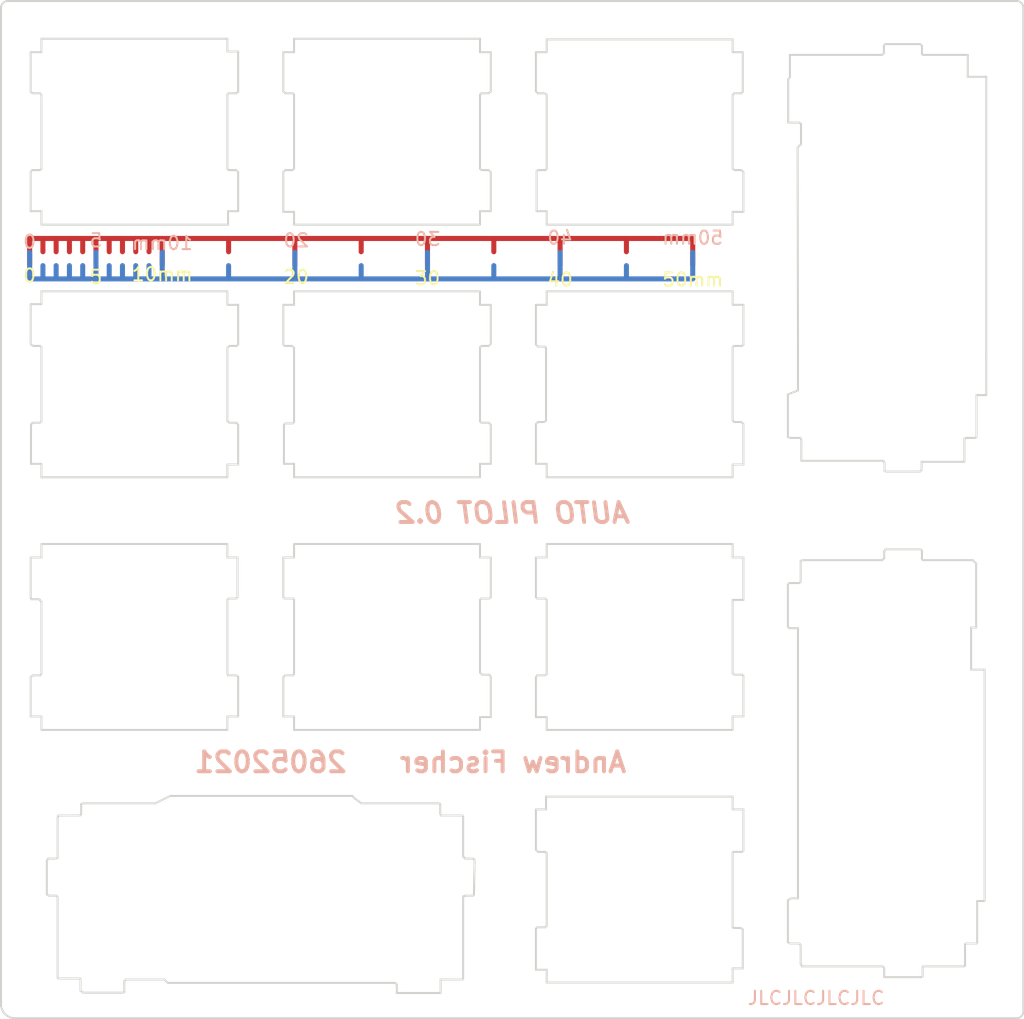
<source format=kicad_pcb>
(kicad_pcb (version 20171130) (host pcbnew "(5.1.9)-1")

  (general
    (thickness 1.6)
    (drawings 465)
    (tracks 0)
    (zones 0)
    (modules 2)
    (nets 1)
  )

  (page A4)
  (layers
    (0 Top signal)
    (31 Bottom signal)
    (32 B.Adhes user)
    (33 F.Adhes user)
    (34 B.Paste user)
    (35 F.Paste user)
    (36 B.SilkS user)
    (37 F.SilkS user)
    (38 B.Mask user hide)
    (39 F.Mask user hide)
    (40 Dwgs.User user hide)
    (41 Cmts.User user)
    (42 Eco1.User user hide)
    (43 Eco2.User user hide)
    (44 Edge.Cuts user)
    (45 Margin user hide)
    (46 B.CrtYd user hide)
    (47 F.CrtYd user hide)
    (48 B.Fab user hide)
    (49 F.Fab user hide)
  )

  (setup
    (last_trace_width 0.254)
    (user_trace_width 0.2032)
    (user_trace_width 0.254)
    (user_trace_width 0.3048)
    (user_trace_width 0.4064)
    (user_trace_width 0.508)
    (trace_clearance 0.2032)
    (zone_clearance 0.508)
    (zone_45_only no)
    (trace_min 0.254)
    (via_size 0.8)
    (via_drill 0.4)
    (via_min_size 0.4)
    (via_min_drill 0.3)
    (uvia_size 0.3)
    (uvia_drill 0.1)
    (uvias_allowed no)
    (uvia_min_size 0.2)
    (uvia_min_drill 0.1)
    (edge_width 0.15)
    (segment_width 0.2)
    (pcb_text_width 0.3)
    (pcb_text_size 1.5 1.5)
    (mod_edge_width 0.15)
    (mod_text_size 1 1)
    (mod_text_width 0.17)
    (pad_size 1.152 1.152)
    (pad_drill 1.152)
    (pad_to_mask_clearance 0)
    (aux_axis_origin 0 0)
    (visible_elements 7FFFF7FF)
    (pcbplotparams
      (layerselection 0x01030_fffffffe)
      (usegerberextensions true)
      (usegerberattributes false)
      (usegerberadvancedattributes false)
      (creategerberjobfile false)
      (excludeedgelayer true)
      (linewidth 0.150000)
      (plotframeref false)
      (viasonmask false)
      (mode 1)
      (useauxorigin false)
      (hpglpennumber 1)
      (hpglpenspeed 20)
      (hpglpendiameter 15.000000)
      (psnegative false)
      (psa4output false)
      (plotreference true)
      (plotvalue false)
      (plotinvisibletext false)
      (padsonsilk false)
      (subtractmaskfromsilk true)
      (outputformat 1)
      (mirror false)
      (drillshape 0)
      (scaleselection 1)
      (outputdirectory "./Gerbers"))
  )

  (net 0 "")

  (net_class Default "This is the default net class."
    (clearance 0.2032)
    (trace_width 0.254)
    (via_dia 0.8)
    (via_drill 0.4)
    (uvia_dia 0.3)
    (uvia_drill 0.1)
  )

  (module Calibration_Scale:Gauge_50mm_Type1_CopperTop (layer Top) (tedit 0) (tstamp 60AEAFC9)
    (at 101.219 94.107)
    (descr "Gauge, Massstab, 50mm, CopperTop, Type 1,")
    (tags "Gauge Massstab 50mm CopperTop Type 1")
    (attr virtual)
    (fp_text reference "" (at 0 -2.99974) (layer F.SilkS)
      (effects (font (size 1 1) (thickness 0.15)))
    )
    (fp_text value Gauge_50mm_Type1_CopperTop (at 24.00046 6.4008) (layer F.Fab)
      (effects (font (size 1 1) (thickness 0.15)))
    )
    (fp_text user 10mm (at 9.99998 2.70002) (layer F.SilkS)
      (effects (font (size 1 1) (thickness 0.15)))
    )
    (fp_text user 0 (at 0 2.79908) (layer F.SilkS)
      (effects (font (size 1 1) (thickness 0.15)))
    )
    (fp_text user 5 (at 4.99872 2.90068) (layer F.SilkS)
      (effects (font (size 1 1) (thickness 0.15)))
    )
    (fp_text user 20 (at 20.09902 2.90068) (layer F.SilkS)
      (effects (font (size 1 1) (thickness 0.15)))
    )
    (fp_text user 30 (at 29.99994 2.99974) (layer F.SilkS)
      (effects (font (size 1 1) (thickness 0.15)))
    )
    (fp_text user 40 (at 39.99992 3.10134) (layer F.SilkS)
      (effects (font (size 1 1) (thickness 0.15)))
    )
    (fp_text user 50mm (at 49.9999 3.10134) (layer F.SilkS)
      (effects (font (size 1 1) (thickness 0.15)))
    )
    (fp_text user %R (at 0 -2.99974) (layer F.Fab)
      (effects (font (size 1 1) (thickness 0.15)))
    )
    (fp_line (start 9.99998 0) (end 49.9999 0) (layer Top) (width 0.381))
    (fp_line (start 49.9999 0) (end 49.9999 1.99898) (layer Top) (width 0.381))
    (fp_line (start 45.00118 0) (end 45.00118 1.00076) (layer Top) (width 0.381))
    (fp_line (start 39.99992 0) (end 39.99992 1.99898) (layer Top) (width 0.381))
    (fp_line (start 35.0012 0) (end 35.0012 1.00076) (layer Top) (width 0.381))
    (fp_line (start 29.99994 0) (end 29.99994 1.99898) (layer Top) (width 0.381))
    (fp_line (start 25.00122 0) (end 25.00122 1.00076) (layer Top) (width 0.381))
    (fp_line (start 19.99996 0) (end 19.99996 1.99898) (layer Top) (width 0.381))
    (fp_line (start 15.00124 0) (end 15.00124 1.00076) (layer Top) (width 0.381))
    (fp_line (start 8.99922 0) (end 8.99922 1.00076) (layer Top) (width 0.381))
    (fp_line (start 8.001 0) (end 8.001 1.00076) (layer Top) (width 0.381))
    (fp_line (start 7.00024 0) (end 7.00024 1.00076) (layer Top) (width 0.381))
    (fp_line (start 5.99948 0) (end 5.99948 1.00076) (layer Top) (width 0.381))
    (fp_line (start 4.0005 0) (end 4.0005 1.00076) (layer Top) (width 0.381))
    (fp_line (start 2.99974 0) (end 2.99974 1.00076) (layer Top) (width 0.381))
    (fp_line (start 1.99898 0) (end 1.99898 1.00076) (layer Top) (width 0.381))
    (fp_line (start 1.00076 0) (end 1.00076 1.00076) (layer Top) (width 0.381))
    (fp_line (start 5.00126 0) (end 5.00126 1.99898) (layer Top) (width 0.381))
    (fp_line (start 0 0) (end 0 1.99898) (layer Top) (width 0.381))
    (fp_line (start 0 0) (end 9.99998 0) (layer Top) (width 0.381))
    (fp_line (start 9.99998 0) (end 9.99998 1.99898) (layer Top) (width 0.381))
  )

  (module Calibration_Scale:Gauge_50mm_Type1_CopperTop (layer Bottom) (tedit 0) (tstamp 609A42FF)
    (at 101.219 97.155)
    (descr "Gauge, Massstab, 50mm, CopperTop, Type 1,")
    (tags "Gauge Massstab 50mm CopperTop Type 1")
    (attr virtual)
    (fp_text reference "" (at 0 2.99974) (layer B.SilkS)
      (effects (font (size 1 1) (thickness 0.15)) (justify mirror))
    )
    (fp_text value R (at 24.00046 -6.4008) (layer B.Fab)
      (effects (font (size 1 1) (thickness 0.15)) (justify mirror))
    )
    (fp_line (start 9.99998 0) (end 9.99998 -1.99898) (layer Bottom) (width 0.381))
    (fp_line (start 0 0) (end 9.99998 0) (layer Bottom) (width 0.381))
    (fp_line (start 0 0) (end 0 -1.99898) (layer Bottom) (width 0.381))
    (fp_line (start 5.00126 0) (end 5.00126 -1.99898) (layer Bottom) (width 0.381))
    (fp_line (start 1.00076 0) (end 1.00076 -1.00076) (layer Bottom) (width 0.381))
    (fp_line (start 1.99898 0) (end 1.99898 -1.00076) (layer Bottom) (width 0.381))
    (fp_line (start 2.99974 0) (end 2.99974 -1.00076) (layer Bottom) (width 0.381))
    (fp_line (start 4.0005 0) (end 4.0005 -1.00076) (layer Bottom) (width 0.381))
    (fp_line (start 5.99948 0) (end 5.99948 -1.00076) (layer Bottom) (width 0.381))
    (fp_line (start 7.00024 0) (end 7.00024 -1.00076) (layer Bottom) (width 0.381))
    (fp_line (start 8.001 0) (end 8.001 -1.00076) (layer Bottom) (width 0.381))
    (fp_line (start 8.99922 0) (end 8.99922 -1.00076) (layer Bottom) (width 0.381))
    (fp_line (start 15.00124 0) (end 15.00124 -1.00076) (layer Bottom) (width 0.381))
    (fp_line (start 19.99996 0) (end 19.99996 -1.99898) (layer Bottom) (width 0.381))
    (fp_line (start 25.00122 0) (end 25.00122 -1.00076) (layer Bottom) (width 0.381))
    (fp_line (start 29.99994 0) (end 29.99994 -1.99898) (layer Bottom) (width 0.381))
    (fp_line (start 35.0012 0) (end 35.0012 -1.00076) (layer Bottom) (width 0.381))
    (fp_line (start 39.99992 0) (end 39.99992 -1.99898) (layer Bottom) (width 0.381))
    (fp_line (start 45.00118 0) (end 45.00118 -1.00076) (layer Bottom) (width 0.381))
    (fp_line (start 49.9999 0) (end 49.9999 -1.99898) (layer Bottom) (width 0.381))
    (fp_line (start 9.99998 0) (end 49.9999 0) (layer Bottom) (width 0.381))
    (fp_text user 10mm (at 9.99998 -2.70002) (layer B.SilkS)
      (effects (font (size 1 1) (thickness 0.1524)) (justify mirror))
    )
    (fp_text user 0 (at 0 -2.79908) (layer B.SilkS)
      (effects (font (size 1 1) (thickness 0.1524)) (justify mirror))
    )
    (fp_text user 5 (at 4.99872 -2.90068) (layer B.SilkS)
      (effects (font (size 1 1) (thickness 0.1524)) (justify mirror))
    )
    (fp_text user 20 (at 20.09902 -2.90068) (layer B.SilkS)
      (effects (font (size 1 1) (thickness 0.1524)) (justify mirror))
    )
    (fp_text user 30 (at 29.99994 -2.99974) (layer B.SilkS)
      (effects (font (size 1 1) (thickness 0.1524)) (justify mirror))
    )
    (fp_text user 40 (at 39.99992 -3.10134) (layer B.SilkS)
      (effects (font (size 1 1) (thickness 0.1524)) (justify mirror))
    )
    (fp_text user 50mm (at 49.9999 -3.10134) (layer B.SilkS)
      (effects (font (size 1 1) (thickness 0.1524)) (justify mirror))
    )
    (fp_text user %R (at 0 2.99974) (layer B.Fab) hide
      (effects (font (size 1 1) (thickness 0.1524)) (justify mirror))
    )
  )

  (gr_line (start 172.212 123.444) (end 172.593 123.444) (layer Edge.Cuts) (width 0.15) (tstamp 60AE485B))
  (gr_line (start 172.212 126.619) (end 172.212 123.444) (layer Edge.Cuts) (width 0.15))
  (gr_line (start 155.0416 121.3612) (end 155.0416 121.158) (layer Edge.Cuts) (width 0.15) (tstamp 609A47DD))
  (gr_line (start 154.2288 121.3612) (end 155.0416 121.3612) (layer Edge.Cuts) (width 0.15))
  (gr_line (start 172.339 118.364) (end 171.5516 118.364) (layer Edge.Cuts) (width 0.15) (tstamp 609A474D))
  (gr_line (start 172.593 118.618) (end 172.339 118.364) (layer Edge.Cuts) (width 0.15))
  (gr_line (start 172.593 120.015) (end 172.593 118.618) (layer Edge.Cuts) (width 0.15))
  (gr_line (start 172.593 123.444) (end 172.593 120.015) (layer Edge.Cuts) (width 0.15))
  (gr_line (start 173.228 126.619) (end 172.212 126.619) (layer Edge.Cuts) (width 0.15))
  (gr_line (start 173.228 144.0688) (end 173.228 126.619) (layer Edge.Cuts) (width 0.15))
  (gr_line (start 159.1564 123.4948) (end 158.496 123.4948) (layer Edge.Cuts) (width 0.15) (tstamp 609A468C))
  (gr_line (start 159.1564 126.6952) (end 159.1564 123.4948) (layer Edge.Cuts) (width 0.15))
  (gr_line (start 133.858 149.987) (end 133.9088 149.9108) (layer Edge.Cuts) (width 0.15) (tstamp 609A4654))
  (gr_line (start 132.207 149.987) (end 133.858 149.987) (layer Edge.Cuts) (width 0.15))
  (gr_line (start 132.207 151.003) (end 132.207 149.987) (layer Edge.Cuts) (width 0.15))
  (gr_line (start 128.905 151.003) (end 132.207 151.003) (layer Edge.Cuts) (width 0.15))
  (gr_line (start 128.905 150.368) (end 128.905 151.003) (layer Edge.Cuts) (width 0.15))
  (gr_line (start 128.778 150.241) (end 128.905 150.368) (layer Edge.Cuts) (width 0.15))
  (gr_line (start 108.458 149.987) (end 108.3564 150.114) (layer Edge.Cuts) (width 0.15) (tstamp 609A45C2))
  (gr_line (start 111.379 149.987) (end 108.458 149.987) (layer Edge.Cuts) (width 0.15))
  (gr_line (start 111.633 150.241) (end 111.379 149.987) (layer Edge.Cuts) (width 0.15))
  (gr_line (start 128.778 150.241) (end 111.633 150.241) (layer Edge.Cuts) (width 0.15))
  (gr_line (start 171.958 80.264) (end 171.6278 80.264) (layer Edge.Cuts) (width 0.15) (tstamp 609A4574))
  (gr_line (start 172.6184 105.918) (end 173.355 105.918) (layer Edge.Cuts) (width 0.15) (tstamp 609A455A))
  (gr_line (start 172.6184 105.918) (end 172.6184 109.0676) (layer Edge.Cuts) (width 0.15))
  (gr_line (start 173.355 102.87) (end 173.355 105.918) (layer Edge.Cuts) (width 0.15))
  (gr_line (start 171.958 81.915) (end 171.958 80.264) (layer Edge.Cuts) (width 0.15))
  (gr_line (start 172.72 81.915) (end 171.958 81.915) (layer Edge.Cuts) (width 0.15))
  (gr_line (start 173.355 81.915) (end 173.355 102.87) (layer Edge.Cuts) (width 0.15))
  (gr_line (start 172.72 81.915) (end 173.355 81.915) (layer Edge.Cuts) (width 0.15))
  (gr_line (start 158.5468 80.264) (end 165.5064 80.264) (layer Edge.Cuts) (width 0.15) (tstamp 609A4450))
  (gr_line (start 158.5468 80.264) (end 158.5468 80.3656) (layer Edge.Cuts) (width 0.15) (tstamp 609A4445))
  (gr_line (start 158.5468 81.9404) (end 158.5468 80.3656) (layer Edge.Cuts) (width 0.15))
  (gr_line (start 158.5214 81.9912) (end 158.5468 81.9404) (layer Edge.Cuts) (width 0.15))
  (gr_line (start 171.704 110.9472) (end 171.704 110.7948) (layer Edge.Cuts) (width 0.15) (tstamp 609A4435))
  (gr_line (start 168.4782 110.9472) (end 171.704 110.9472) (layer Edge.Cuts) (width 0.15))
  (gr_line (start 165.6842 111.0234) (end 165.5826 110.871) (layer Edge.Cuts) (width 0.15) (tstamp 609A4429))
  (gr_line (start 159.1564 105.5624) (end 158.3944 105.8672) (layer Edge.Cuts) (width 0.15) (tstamp 609A3EBA))
  (gr_line (start 100.076 152.908) (end 100.0388 152.905575) (layer Edge.Cuts) (width 0.15) (tstamp 609A4410))
  (gr_line (start 159.131 87.249) (end 159.385 86.995) (layer Edge.Cuts) (width 0.15) (tstamp 609A403B))
  (gr_line (start 159.131 88.6206) (end 159.131 87.249) (layer Edge.Cuts) (width 0.15))
  (gr_line (start 110.6932 136.7028) (end 111.6076 136.2456) (layer Edge.Cuts) (width 0.15) (tstamp 609A3F76))
  (gr_line (start 108.3056 136.7028) (end 110.6932 136.7028) (layer Edge.Cuts) (width 0.15))
  (gr_line (start 126.238 136.7028) (end 125.6792 136.2964) (layer Edge.Cuts) (width 0.15) (tstamp 609A3F28))
  (gr_line (start 128.9812 136.7028) (end 126.238 136.7028) (layer Edge.Cuts) (width 0.15))
  (gr_line (start 159.1564 102.489) (end 159.1564 105.5624) (layer Edge.Cuts) (width 0.15))
  (gr_line (start 172.6692 144.0688) (end 172.6692 144.1196) (layer Edge.Cuts) (width 0.15) (tstamp 609A3E3C))
  (gr_line (start 173.228 144.0688) (end 172.6692 144.0688) (layer Edge.Cuts) (width 0.15))
  (gr_line (start 158.6484 143.8656) (end 158.5468 143.9164) (layer Edge.Cuts) (width 0.15) (tstamp 609A3DFF))
  (gr_line (start 159.1564 143.8656) (end 158.6484 143.8656) (layer Edge.Cuts) (width 0.15))
  (gr_line (start 159.1564 140.5636) (end 159.1564 143.8656) (layer Edge.Cuts) (width 0.15))
  (gr_text JLCJLCJLCJLC (at 160.528 151.384) (layer B.SilkS)
    (effects (font (size 1 1) (thickness 0.15494)))
  )
  (gr_arc (start 100.126799 151.841199) (end 99.06 151.7904) (angle -88) (layer Edge.Cuts) (width 0.15))
  (gr_line (start 116.1796 93.0656) (end 116.1288 93.0656) (layer Edge.Cuts) (width 0.15) (tstamp 609A21F7))
  (gr_line (start 116.1796 92.0496) (end 116.1796 93.0656) (layer Edge.Cuts) (width 0.15))
  (gr_line (start 116.9416 92.0496) (end 116.1796 92.0496) (layer Edge.Cuts) (width 0.15))
  (gr_line (start 116.9416 89.1032) (end 116.9416 92.0496) (layer Edge.Cuts) (width 0.15))
  (gr_line (start 116.8908 89.0524) (end 116.9416 89.1032) (layer Edge.Cuts) (width 0.15))
  (gr_line (start 116.7892 88.9508) (end 116.8908 89.0524) (layer Edge.Cuts) (width 0.15))
  (gr_line (start 116.2304 88.9508) (end 116.7892 88.9508) (layer Edge.Cuts) (width 0.15))
  (gr_line (start 116.1288 88.8492) (end 116.2304 88.9508) (layer Edge.Cuts) (width 0.15))
  (gr_line (start 116.1288 83.2612) (end 116.1288 88.8492) (layer Edge.Cuts) (width 0.15))
  (gr_line (start 116.2304 83.1596) (end 116.1288 83.2612) (layer Edge.Cuts) (width 0.15))
  (gr_line (start 116.7892 83.1596) (end 116.2304 83.1596) (layer Edge.Cuts) (width 0.15))
  (gr_line (start 116.9416 83.058) (end 116.7892 83.1596) (layer Edge.Cuts) (width 0.15))
  (gr_line (start 116.9416 80.01) (end 116.9416 83.058) (layer Edge.Cuts) (width 0.15))
  (gr_line (start 116.1288 80.01) (end 116.9416 80.01) (layer Edge.Cuts) (width 0.15))
  (gr_line (start 116.1288 79.0448) (end 116.1288 80.01) (layer Edge.Cuts) (width 0.15))
  (gr_line (start 102.108 79.0448) (end 116.1288 79.0448) (layer Edge.Cuts) (width 0.15))
  (gr_line (start 102.108 80.0608) (end 102.108 79.0448) (layer Edge.Cuts) (width 0.15))
  (gr_line (start 101.2952 80.0608) (end 102.108 80.0608) (layer Edge.Cuts) (width 0.15))
  (gr_line (start 101.2952 83.058) (end 101.2952 80.0608) (layer Edge.Cuts) (width 0.15))
  (gr_line (start 101.4476 83.1596) (end 101.2952 83.058) (layer Edge.Cuts) (width 0.15))
  (gr_line (start 102.0064 83.1596) (end 101.4476 83.1596) (layer Edge.Cuts) (width 0.15))
  (gr_line (start 102.108 83.312) (end 102.0064 83.1596) (layer Edge.Cuts) (width 0.15))
  (gr_line (start 102.108 88.8492) (end 102.108 83.312) (layer Edge.Cuts) (width 0.15))
  (gr_line (start 102.0064 88.9508) (end 102.108 88.8492) (layer Edge.Cuts) (width 0.15))
  (gr_line (start 101.3968 88.9508) (end 102.0064 88.9508) (layer Edge.Cuts) (width 0.15))
  (gr_line (start 101.2952 89.1032) (end 101.3968 88.9508) (layer Edge.Cuts) (width 0.15))
  (gr_line (start 101.2952 92.0496) (end 101.2952 89.1032) (layer Edge.Cuts) (width 0.15))
  (gr_line (start 102.108 92.0496) (end 101.2952 92.0496) (layer Edge.Cuts) (width 0.15))
  (gr_line (start 102.108 93.0656) (end 102.108 92.0496) (layer Edge.Cuts) (width 0.15))
  (gr_line (start 116.1288 93.0656) (end 102.108 93.0656) (layer Edge.Cuts) (width 0.15))
  (gr_line (start 135.1788 92.0496) (end 135.1788 93.0656) (layer Edge.Cuts) (width 0.15) (tstamp 609A21A8))
  (gr_line (start 135.9916 92.0496) (end 135.1788 92.0496) (layer Edge.Cuts) (width 0.15))
  (gr_line (start 135.9916 89.1032) (end 135.9916 92.0496) (layer Edge.Cuts) (width 0.15))
  (gr_line (start 135.8392 88.9508) (end 135.9916 89.1032) (layer Edge.Cuts) (width 0.15))
  (gr_line (start 135.2804 88.9508) (end 135.8392 88.9508) (layer Edge.Cuts) (width 0.15))
  (gr_line (start 135.1788 88.8492) (end 135.2804 88.9508) (layer Edge.Cuts) (width 0.15))
  (gr_line (start 135.1788 83.2612) (end 135.1788 88.8492) (layer Edge.Cuts) (width 0.15))
  (gr_line (start 135.2804 83.1596) (end 135.1788 83.2612) (layer Edge.Cuts) (width 0.15))
  (gr_line (start 135.8392 83.1596) (end 135.2804 83.1596) (layer Edge.Cuts) (width 0.15))
  (gr_line (start 135.9916 83.0072) (end 135.8392 83.1596) (layer Edge.Cuts) (width 0.15))
  (gr_line (start 135.9916 80.0608) (end 135.9916 83.0072) (layer Edge.Cuts) (width 0.15))
  (gr_line (start 135.1788 80.0608) (end 135.9916 80.0608) (layer Edge.Cuts) (width 0.15))
  (gr_line (start 135.1788 79.0448) (end 135.1788 80.0608) (layer Edge.Cuts) (width 0.15))
  (gr_line (start 121.158 79.0448) (end 135.1788 79.0448) (layer Edge.Cuts) (width 0.15))
  (gr_line (start 121.158 80.0608) (end 121.158 79.0448) (layer Edge.Cuts) (width 0.15))
  (gr_line (start 120.3452 80.0608) (end 121.158 80.0608) (layer Edge.Cuts) (width 0.15))
  (gr_line (start 120.3452 83.0072) (end 120.3452 80.0608) (layer Edge.Cuts) (width 0.15))
  (gr_line (start 120.4976 83.1596) (end 120.3452 83.0072) (layer Edge.Cuts) (width 0.15))
  (gr_line (start 121.0564 83.1596) (end 120.4976 83.1596) (layer Edge.Cuts) (width 0.15))
  (gr_line (start 121.158 83.2612) (end 121.0564 83.1596) (layer Edge.Cuts) (width 0.15))
  (gr_line (start 121.158 88.8492) (end 121.158 83.2612) (layer Edge.Cuts) (width 0.15))
  (gr_line (start 121.0564 88.9508) (end 121.158 88.8492) (layer Edge.Cuts) (width 0.15))
  (gr_line (start 120.4976 88.9508) (end 121.0564 88.9508) (layer Edge.Cuts) (width 0.15))
  (gr_line (start 120.3452 89.1032) (end 120.4976 88.9508) (layer Edge.Cuts) (width 0.15))
  (gr_line (start 120.3452 92.1004) (end 120.3452 89.1032) (layer Edge.Cuts) (width 0.15))
  (gr_line (start 121.158 92.1004) (end 120.3452 92.1004) (layer Edge.Cuts) (width 0.15))
  (gr_line (start 121.158 93.0656) (end 121.158 92.1004) (layer Edge.Cuts) (width 0.15))
  (gr_line (start 135.1788 93.0656) (end 121.158 93.0656) (layer Edge.Cuts) (width 0.15))
  (gr_line (start 154.2288 93.0656) (end 140.208 93.0656) (layer Edge.Cuts) (width 0.15))
  (gr_line (start 140.208 92.0496) (end 140.208 93.0656) (layer Edge.Cuts) (width 0.15))
  (gr_line (start 139.446 92.0496) (end 140.208 92.0496) (layer Edge.Cuts) (width 0.15))
  (gr_line (start 139.446 89.0524) (end 139.446 92.0496) (layer Edge.Cuts) (width 0.15))
  (gr_line (start 139.5476 88.9508) (end 139.446 89.0524) (layer Edge.Cuts) (width 0.15))
  (gr_line (start 140.1064 88.9508) (end 139.5476 88.9508) (layer Edge.Cuts) (width 0.15))
  (gr_line (start 140.208 88.8492) (end 140.1064 88.9508) (layer Edge.Cuts) (width 0.15))
  (gr_line (start 140.208 83.2612) (end 140.208 88.8492) (layer Edge.Cuts) (width 0.15))
  (gr_line (start 140.0556 83.1596) (end 140.208 83.2612) (layer Edge.Cuts) (width 0.15))
  (gr_line (start 139.5476 83.1596) (end 140.0556 83.1596) (layer Edge.Cuts) (width 0.15))
  (gr_line (start 139.3952 83.0072) (end 139.5476 83.1596) (layer Edge.Cuts) (width 0.15))
  (gr_line (start 139.3952 80.0608) (end 139.3952 83.0072) (layer Edge.Cuts) (width 0.15))
  (gr_line (start 140.208 80.0608) (end 139.3952 80.0608) (layer Edge.Cuts) (width 0.15))
  (gr_line (start 140.208 79.0956) (end 140.208 80.0608) (layer Edge.Cuts) (width 0.15))
  (gr_line (start 154.2288 79.0956) (end 140.208 79.0956) (layer Edge.Cuts) (width 0.15))
  (gr_line (start 154.2288 80.0608) (end 154.2288 79.0956) (layer Edge.Cuts) (width 0.15))
  (gr_line (start 154.9908 80.0608) (end 154.2288 80.0608) (layer Edge.Cuts) (width 0.15))
  (gr_line (start 154.9908 83.058) (end 154.9908 80.0608) (layer Edge.Cuts) (width 0.15))
  (gr_line (start 154.8892 83.1596) (end 154.9908 83.058) (layer Edge.Cuts) (width 0.15))
  (gr_line (start 154.3304 83.1596) (end 154.8892 83.1596) (layer Edge.Cuts) (width 0.15))
  (gr_line (start 154.2288 83.312) (end 154.3304 83.1596) (layer Edge.Cuts) (width 0.15))
  (gr_line (start 154.2288 88.8492) (end 154.2288 83.312) (layer Edge.Cuts) (width 0.15))
  (gr_line (start 154.3812 88.9508) (end 154.2288 88.8492) (layer Edge.Cuts) (width 0.15))
  (gr_line (start 154.8892 88.9508) (end 154.3812 88.9508) (layer Edge.Cuts) (width 0.15))
  (gr_line (start 155.0416 89.1032) (end 154.8892 88.9508) (layer Edge.Cuts) (width 0.15))
  (gr_line (start 155.0416 92.1004) (end 155.0416 89.1032) (layer Edge.Cuts) (width 0.15))
  (gr_line (start 154.2288 92.1004) (end 155.0416 92.1004) (layer Edge.Cuts) (width 0.15))
  (gr_line (start 154.2288 93.0656) (end 154.2288 92.1004) (layer Edge.Cuts) (width 0.15))
  (gr_line (start 140.208 99.1108) (end 139.3952 99.1108) (layer Edge.Cuts) (width 0.15) (tstamp 60999AF6))
  (gr_line (start 140.208 98.0948) (end 140.208 99.1108) (layer Edge.Cuts) (width 0.15))
  (gr_line (start 154.2288 98.0948) (end 140.208 98.0948) (layer Edge.Cuts) (width 0.15))
  (gr_line (start 154.2288 99.1108) (end 154.2288 98.0948) (layer Edge.Cuts) (width 0.15))
  (gr_line (start 155.0416 99.1108) (end 154.2288 99.1108) (layer Edge.Cuts) (width 0.15))
  (gr_line (start 155.0416 102.108) (end 155.0416 99.1108) (layer Edge.Cuts) (width 0.15))
  (gr_line (start 154.94 102.2096) (end 155.0416 102.108) (layer Edge.Cuts) (width 0.15))
  (gr_line (start 154.3304 102.2096) (end 154.94 102.2096) (layer Edge.Cuts) (width 0.15))
  (gr_line (start 154.2288 102.3112) (end 154.3304 102.2096) (layer Edge.Cuts) (width 0.15))
  (gr_line (start 154.2288 107.7976) (end 154.2288 102.3112) (layer Edge.Cuts) (width 0.15))
  (gr_line (start 154.3304 107.95) (end 154.2288 107.7976) (layer Edge.Cuts) (width 0.15))
  (gr_line (start 154.8892 107.95) (end 154.3304 107.95) (layer Edge.Cuts) (width 0.15))
  (gr_line (start 155.0416 108.1024) (end 154.8892 107.95) (layer Edge.Cuts) (width 0.15))
  (gr_line (start 155.0416 111.1504) (end 155.0416 108.1024) (layer Edge.Cuts) (width 0.15))
  (gr_line (start 154.2288 111.1504) (end 155.0416 111.1504) (layer Edge.Cuts) (width 0.15))
  (gr_line (start 154.2288 112.1156) (end 154.2288 111.1504) (layer Edge.Cuts) (width 0.15))
  (gr_line (start 140.208 112.1156) (end 154.2288 112.1156) (layer Edge.Cuts) (width 0.15))
  (gr_line (start 140.208 111.0996) (end 140.208 112.1156) (layer Edge.Cuts) (width 0.15))
  (gr_line (start 139.3952 111.0996) (end 140.208 111.0996) (layer Edge.Cuts) (width 0.15))
  (gr_line (start 139.3952 108.1024) (end 139.3952 111.0996) (layer Edge.Cuts) (width 0.15))
  (gr_line (start 139.5476 107.95) (end 139.3952 108.1024) (layer Edge.Cuts) (width 0.15))
  (gr_line (start 140.0048 107.95) (end 139.5476 107.95) (layer Edge.Cuts) (width 0.15))
  (gr_line (start 140.1572 107.8484) (end 140.0048 107.95) (layer Edge.Cuts) (width 0.15))
  (gr_line (start 140.1572 102.362) (end 140.1572 107.8484) (layer Edge.Cuts) (width 0.15))
  (gr_line (start 140.0556 102.2604) (end 140.1572 102.362) (layer Edge.Cuts) (width 0.15))
  (gr_line (start 139.5476 102.2604) (end 140.0556 102.2604) (layer Edge.Cuts) (width 0.15))
  (gr_line (start 139.3952 102.108) (end 139.5476 102.2604) (layer Edge.Cuts) (width 0.15))
  (gr_line (start 139.3952 99.1108) (end 139.3952 102.108) (layer Edge.Cuts) (width 0.15))
  (gr_line (start 121.158 99.1108) (end 120.3452 99.1108) (layer Edge.Cuts) (width 0.15) (tstamp 60999A50))
  (gr_line (start 121.158 98.0948) (end 121.158 99.1108) (layer Edge.Cuts) (width 0.15))
  (gr_line (start 135.1788 98.0948) (end 121.158 98.0948) (layer Edge.Cuts) (width 0.15))
  (gr_line (start 135.1788 99.1108) (end 135.1788 98.0948) (layer Edge.Cuts) (width 0.15))
  (gr_line (start 135.9916 99.1108) (end 135.1788 99.1108) (layer Edge.Cuts) (width 0.15))
  (gr_line (start 135.9916 102.0572) (end 135.9916 99.1108) (layer Edge.Cuts) (width 0.15))
  (gr_line (start 135.8392 102.2096) (end 135.9916 102.0572) (layer Edge.Cuts) (width 0.15))
  (gr_line (start 135.2804 102.2096) (end 135.8392 102.2096) (layer Edge.Cuts) (width 0.15))
  (gr_line (start 135.1788 102.3112) (end 135.2804 102.2096) (layer Edge.Cuts) (width 0.15))
  (gr_line (start 135.1788 107.8992) (end 135.1788 102.3112) (layer Edge.Cuts) (width 0.15))
  (gr_line (start 135.2804 108.0008) (end 135.1788 107.8992) (layer Edge.Cuts) (width 0.15))
  (gr_line (start 135.8392 108.0008) (end 135.2804 108.0008) (layer Edge.Cuts) (width 0.15))
  (gr_line (start 135.9916 108.1532) (end 135.8392 108.0008) (layer Edge.Cuts) (width 0.15))
  (gr_line (start 135.9916 111.0996) (end 135.9916 108.1532) (layer Edge.Cuts) (width 0.15))
  (gr_line (start 135.1788 111.0996) (end 135.9916 111.0996) (layer Edge.Cuts) (width 0.15))
  (gr_line (start 135.1788 111.1504) (end 135.1788 111.0996) (layer Edge.Cuts) (width 0.15))
  (gr_line (start 135.1788 112.1156) (end 135.1788 111.1504) (layer Edge.Cuts) (width 0.15))
  (gr_line (start 121.158 112.1156) (end 135.1788 112.1156) (layer Edge.Cuts) (width 0.15))
  (gr_line (start 121.158 111.0996) (end 121.158 112.1156) (layer Edge.Cuts) (width 0.15))
  (gr_line (start 120.396 111.0996) (end 121.158 111.0996) (layer Edge.Cuts) (width 0.15))
  (gr_line (start 120.396 108.1532) (end 120.396 111.0996) (layer Edge.Cuts) (width 0.15))
  (gr_line (start 120.4976 108.0516) (end 120.396 108.1532) (layer Edge.Cuts) (width 0.15))
  (gr_line (start 121.0564 108.0516) (end 120.4976 108.0516) (layer Edge.Cuts) (width 0.15))
  (gr_line (start 121.158 107.95) (end 121.0564 108.0516) (layer Edge.Cuts) (width 0.15))
  (gr_line (start 121.158 102.362) (end 121.158 107.95) (layer Edge.Cuts) (width 0.15))
  (gr_line (start 121.0056 102.2096) (end 121.158 102.362) (layer Edge.Cuts) (width 0.15))
  (gr_line (start 120.4468 102.2096) (end 121.0056 102.2096) (layer Edge.Cuts) (width 0.15))
  (gr_line (start 120.3452 102.108) (end 120.4468 102.2096) (layer Edge.Cuts) (width 0.15))
  (gr_line (start 120.3452 102.0064) (end 120.3452 102.108) (layer Edge.Cuts) (width 0.15))
  (gr_line (start 120.3452 99.1108) (end 120.3452 102.0064) (layer Edge.Cuts) (width 0.15))
  (gr_line (start 101.4476 108.0008) (end 101.3206 108.1278) (layer Edge.Cuts) (width 0.15) (tstamp 609999C0))
  (gr_line (start 102.0064 108.0008) (end 101.4476 108.0008) (layer Edge.Cuts) (width 0.15))
  (gr_line (start 102.108 107.8992) (end 102.0064 108.0008) (layer Edge.Cuts) (width 0.15))
  (gr_line (start 102.108 102.3112) (end 102.108 107.8992) (layer Edge.Cuts) (width 0.15))
  (gr_line (start 102.0064 102.2096) (end 102.108 102.3112) (layer Edge.Cuts) (width 0.15))
  (gr_line (start 101.4476 102.2096) (end 102.0064 102.2096) (layer Edge.Cuts) (width 0.15))
  (gr_line (start 101.2952 102.0572) (end 101.4476 102.2096) (layer Edge.Cuts) (width 0.15))
  (gr_line (start 101.2952 99.06) (end 101.2952 102.0572) (layer Edge.Cuts) (width 0.15))
  (gr_line (start 102.108 99.06) (end 101.2952 99.06) (layer Edge.Cuts) (width 0.15))
  (gr_line (start 102.108 98.0948) (end 102.108 99.06) (layer Edge.Cuts) (width 0.15))
  (gr_line (start 116.1288 98.0948) (end 102.108 98.0948) (layer Edge.Cuts) (width 0.15))
  (gr_line (start 116.1288 99.1108) (end 116.1288 98.0948) (layer Edge.Cuts) (width 0.15))
  (gr_line (start 116.9416 99.1108) (end 116.1288 99.1108) (layer Edge.Cuts) (width 0.15))
  (gr_line (start 116.9416 102.108) (end 116.9416 99.1108) (layer Edge.Cuts) (width 0.15))
  (gr_line (start 116.84 102.2096) (end 116.9416 102.108) (layer Edge.Cuts) (width 0.15))
  (gr_line (start 116.2812 102.2096) (end 116.84 102.2096) (layer Edge.Cuts) (width 0.15))
  (gr_line (start 116.1288 102.362) (end 116.2812 102.2096) (layer Edge.Cuts) (width 0.15))
  (gr_line (start 116.1288 107.8484) (end 116.1288 102.362) (layer Edge.Cuts) (width 0.15))
  (gr_line (start 116.2812 108.0008) (end 116.1288 107.8484) (layer Edge.Cuts) (width 0.15))
  (gr_line (start 116.7892 108.0008) (end 116.2812 108.0008) (layer Edge.Cuts) (width 0.15))
  (gr_line (start 116.9416 108.1532) (end 116.7892 108.0008) (layer Edge.Cuts) (width 0.15))
  (gr_line (start 116.9416 111.1504) (end 116.9416 108.1532) (layer Edge.Cuts) (width 0.15))
  (gr_line (start 116.1288 111.1504) (end 116.9416 111.1504) (layer Edge.Cuts) (width 0.15))
  (gr_line (start 116.1288 112.1156) (end 116.1288 111.1504) (layer Edge.Cuts) (width 0.15))
  (gr_line (start 102.108 112.1156) (end 116.1288 112.1156) (layer Edge.Cuts) (width 0.15))
  (gr_line (start 102.108 111.0996) (end 102.108 112.1156) (layer Edge.Cuts) (width 0.15))
  (gr_line (start 101.3206 111.0996) (end 102.108 111.0996) (layer Edge.Cuts) (width 0.15))
  (gr_line (start 101.3206 108.1278) (end 101.3206 111.0996) (layer Edge.Cuts) (width 0.15))
  (gr_line (start 140.208 118.1608) (end 140.208 117.1448) (layer Edge.Cuts) (width 0.15) (tstamp 60999776))
  (gr_line (start 139.3952 118.1608) (end 140.208 118.1608) (layer Edge.Cuts) (width 0.15))
  (gr_line (start 139.3952 121.158) (end 139.3952 118.1608) (layer Edge.Cuts) (width 0.15))
  (gr_line (start 139.4968 121.2596) (end 139.3952 121.158) (layer Edge.Cuts) (width 0.15))
  (gr_line (start 140.1064 121.2596) (end 139.4968 121.2596) (layer Edge.Cuts) (width 0.15))
  (gr_line (start 140.208 121.3612) (end 140.1064 121.2596) (layer Edge.Cuts) (width 0.15))
  (gr_line (start 140.208 126.9492) (end 140.208 121.3612) (layer Edge.Cuts) (width 0.15))
  (gr_line (start 140.1064 127.0508) (end 140.208 126.9492) (layer Edge.Cuts) (width 0.15))
  (gr_line (start 139.4968 127.0508) (end 140.1064 127.0508) (layer Edge.Cuts) (width 0.15))
  (gr_line (start 139.3952 127.2032) (end 139.4968 127.0508) (layer Edge.Cuts) (width 0.15))
  (gr_line (start 139.3952 130.2004) (end 139.3952 127.2032) (layer Edge.Cuts) (width 0.15))
  (gr_line (start 139.446 130.2004) (end 139.3952 130.2004) (layer Edge.Cuts) (width 0.15))
  (gr_line (start 140.208 130.2004) (end 139.446 130.2004) (layer Edge.Cuts) (width 0.15))
  (gr_line (start 140.208 131.1656) (end 140.208 130.2004) (layer Edge.Cuts) (width 0.15))
  (gr_line (start 154.2288 131.1656) (end 140.208 131.1656) (layer Edge.Cuts) (width 0.15))
  (gr_line (start 154.2288 130.1496) (end 154.2288 131.1656) (layer Edge.Cuts) (width 0.15))
  (gr_line (start 155.0416 130.1496) (end 154.2288 130.1496) (layer Edge.Cuts) (width 0.15))
  (gr_line (start 155.0416 127.1016) (end 155.0416 130.1496) (layer Edge.Cuts) (width 0.15))
  (gr_line (start 154.94 127) (end 155.0416 127.1016) (layer Edge.Cuts) (width 0.15))
  (gr_line (start 154.3304 127) (end 154.94 127) (layer Edge.Cuts) (width 0.15))
  (gr_line (start 154.2288 126.8984) (end 154.3304 127) (layer Edge.Cuts) (width 0.15))
  (gr_line (start 154.2288 121.3612) (end 154.2288 126.8984) (layer Edge.Cuts) (width 0.15))
  (gr_line (start 155.0416 118.1608) (end 155.0416 121.158) (layer Edge.Cuts) (width 0.15))
  (gr_line (start 154.2288 118.1608) (end 155.0416 118.1608) (layer Edge.Cuts) (width 0.15))
  (gr_line (start 154.2288 117.1448) (end 154.2288 118.1608) (layer Edge.Cuts) (width 0.15))
  (gr_line (start 140.208 117.1448) (end 154.2288 117.1448) (layer Edge.Cuts) (width 0.15))
  (gr_line (start 121.158 130.1496) (end 121.158 131.1656) (layer Edge.Cuts) (width 0.15) (tstamp 609996F4))
  (gr_line (start 120.3452 130.1496) (end 121.158 130.1496) (layer Edge.Cuts) (width 0.15))
  (gr_line (start 120.3452 127.2032) (end 120.3452 130.1496) (layer Edge.Cuts) (width 0.15))
  (gr_line (start 120.4976 127.0508) (end 120.3452 127.2032) (layer Edge.Cuts) (width 0.15))
  (gr_line (start 121.0564 127.0508) (end 120.4976 127.0508) (layer Edge.Cuts) (width 0.15))
  (gr_line (start 121.158 126.9492) (end 121.0564 127.0508) (layer Edge.Cuts) (width 0.15))
  (gr_line (start 121.158 121.3612) (end 121.158 126.9492) (layer Edge.Cuts) (width 0.15))
  (gr_line (start 121.1072 121.2596) (end 121.158 121.3612) (layer Edge.Cuts) (width 0.15))
  (gr_line (start 120.4468 121.2596) (end 121.1072 121.2596) (layer Edge.Cuts) (width 0.15))
  (gr_line (start 120.3452 121.158) (end 120.4468 121.2596) (layer Edge.Cuts) (width 0.15))
  (gr_line (start 120.3452 118.1608) (end 120.3452 121.158) (layer Edge.Cuts) (width 0.15))
  (gr_line (start 121.158 118.1608) (end 120.3452 118.1608) (layer Edge.Cuts) (width 0.15))
  (gr_line (start 121.158 117.1448) (end 121.158 118.1608) (layer Edge.Cuts) (width 0.15))
  (gr_line (start 135.1788 117.1448) (end 121.158 117.1448) (layer Edge.Cuts) (width 0.15))
  (gr_line (start 135.1788 118.1608) (end 135.1788 117.1448) (layer Edge.Cuts) (width 0.15))
  (gr_line (start 135.9916 118.1608) (end 135.1788 118.1608) (layer Edge.Cuts) (width 0.15))
  (gr_line (start 135.9916 121.158) (end 135.9916 118.1608) (layer Edge.Cuts) (width 0.15))
  (gr_line (start 135.89 121.2596) (end 135.9916 121.158) (layer Edge.Cuts) (width 0.15))
  (gr_line (start 135.2804 121.2596) (end 135.89 121.2596) (layer Edge.Cuts) (width 0.15))
  (gr_line (start 135.1788 121.3612) (end 135.2804 121.2596) (layer Edge.Cuts) (width 0.15))
  (gr_line (start 135.1788 126.8476) (end 135.1788 121.3612) (layer Edge.Cuts) (width 0.15))
  (gr_line (start 135.3312 127) (end 135.1788 126.8476) (layer Edge.Cuts) (width 0.15))
  (gr_line (start 135.89 127) (end 135.3312 127) (layer Edge.Cuts) (width 0.15))
  (gr_line (start 135.9916 127.1524) (end 135.89 127) (layer Edge.Cuts) (width 0.15))
  (gr_line (start 135.9916 130.2004) (end 135.9916 127.1524) (layer Edge.Cuts) (width 0.15))
  (gr_line (start 135.1788 130.2004) (end 135.9916 130.2004) (layer Edge.Cuts) (width 0.15))
  (gr_line (start 135.1788 131.1656) (end 135.1788 130.2004) (layer Edge.Cuts) (width 0.15))
  (gr_line (start 121.158 131.1656) (end 135.1788 131.1656) (layer Edge.Cuts) (width 0.15))
  (gr_line (start 116.1288 118.1608) (end 116.1288 117.1448) (layer Edge.Cuts) (width 0.15))
  (gr_line (start 116.8908 118.1608) (end 116.1288 118.1608) (layer Edge.Cuts) (width 0.15))
  (gr_line (start 116.8908 121.158) (end 116.8908 118.1608) (layer Edge.Cuts) (width 0.15))
  (gr_line (start 116.7892 121.2596) (end 116.8908 121.158) (layer Edge.Cuts) (width 0.15))
  (gr_line (start 116.2304 121.2596) (end 116.7892 121.2596) (layer Edge.Cuts) (width 0.15))
  (gr_line (start 116.1288 121.3612) (end 116.2304 121.2596) (layer Edge.Cuts) (width 0.15))
  (gr_line (start 116.1288 126.9492) (end 116.1288 121.3612) (layer Edge.Cuts) (width 0.15))
  (gr_line (start 116.1796 127.0508) (end 116.1288 126.9492) (layer Edge.Cuts) (width 0.15))
  (gr_line (start 116.7892 127.0508) (end 116.1796 127.0508) (layer Edge.Cuts) (width 0.15))
  (gr_line (start 116.9416 127.1524) (end 116.7892 127.0508) (layer Edge.Cuts) (width 0.15))
  (gr_line (start 116.9416 130.1496) (end 116.9416 127.1524) (layer Edge.Cuts) (width 0.15))
  (gr_line (start 116.1288 130.1496) (end 116.9416 130.1496) (layer Edge.Cuts) (width 0.15))
  (gr_line (start 116.1288 131.1656) (end 116.1288 130.1496) (layer Edge.Cuts) (width 0.15))
  (gr_line (start 102.108 131.1656) (end 116.1288 131.1656) (layer Edge.Cuts) (width 0.15))
  (gr_line (start 102.108 130.1496) (end 102.108 131.1656) (layer Edge.Cuts) (width 0.15))
  (gr_line (start 101.2952 130.1496) (end 102.108 130.1496) (layer Edge.Cuts) (width 0.15))
  (gr_line (start 101.2952 127.2032) (end 101.2952 130.1496) (layer Edge.Cuts) (width 0.15))
  (gr_line (start 101.4476 127.0508) (end 101.2952 127.2032) (layer Edge.Cuts) (width 0.15))
  (gr_line (start 102.0064 127.0508) (end 101.4476 127.0508) (layer Edge.Cuts) (width 0.15))
  (gr_line (start 102.108 126.9492) (end 102.0064 127.0508) (layer Edge.Cuts) (width 0.15))
  (gr_line (start 102.108 121.5136) (end 102.108 126.9492) (layer Edge.Cuts) (width 0.15))
  (gr_line (start 102.0572 121.4628) (end 102.108 121.5136) (layer Edge.Cuts) (width 0.15))
  (gr_line (start 101.9556 121.3104) (end 102.0572 121.4628) (layer Edge.Cuts) (width 0.15))
  (gr_line (start 101.346 121.3104) (end 101.9556 121.3104) (layer Edge.Cuts) (width 0.15))
  (gr_line (start 101.2952 121.158) (end 101.346 121.3104) (layer Edge.Cuts) (width 0.15))
  (gr_line (start 101.2952 118.1608) (end 101.2952 121.158) (layer Edge.Cuts) (width 0.15))
  (gr_line (start 102.108 118.1608) (end 101.2952 118.1608) (layer Edge.Cuts) (width 0.15))
  (gr_line (start 102.108 117.1448) (end 102.108 118.1608) (layer Edge.Cuts) (width 0.15))
  (gr_line (start 116.1288 117.1448) (end 102.108 117.1448) (layer Edge.Cuts) (width 0.15))
  (gr_line (start 133.9088 143.7132) (end 133.9088 149.9108) (layer Edge.Cuts) (width 0.15) (tstamp 60999545))
  (gr_line (start 134.112 143.6624) (end 133.9088 143.7132) (layer Edge.Cuts) (width 0.15))
  (gr_line (start 134.6708 143.6624) (end 134.112 143.6624) (layer Edge.Cuts) (width 0.15))
  (gr_line (start 134.7216 143.6116) (end 134.6708 143.6624) (layer Edge.Cuts) (width 0.15))
  (gr_line (start 134.7724 140.97) (end 134.7216 143.6116) (layer Edge.Cuts) (width 0.15))
  (gr_line (start 134.7216 140.9192) (end 134.7724 140.97) (layer Edge.Cuts) (width 0.15))
  (gr_line (start 134.62 140.8684) (end 134.7216 140.9192) (layer Edge.Cuts) (width 0.15))
  (gr_line (start 134.0612 140.8684) (end 134.112 140.8684) (layer Edge.Cuts) (width 0.15) (tstamp 60999521))
  (gr_line (start 133.9088 140.716) (end 134.0612 140.8684) (layer Edge.Cuts) (width 0.15))
  (gr_line (start 134.112 140.8684) (end 134.62 140.8684) (layer Edge.Cuts) (width 0.15))
  (gr_line (start 133.9088 137.7188) (end 133.9088 140.716) (layer Edge.Cuts) (width 0.15))
  (gr_line (start 133.858 137.6172) (end 133.9088 137.7188) (layer Edge.Cuts) (width 0.15))
  (gr_line (start 132.2324 137.6172) (end 133.858 137.6172) (layer Edge.Cuts) (width 0.15))
  (gr_line (start 132.1816 137.4648) (end 132.2324 137.6172) (layer Edge.Cuts) (width 0.15))
  (gr_line (start 132.1816 136.8044) (end 132.1816 137.4648) (layer Edge.Cuts) (width 0.15))
  (gr_line (start 132.1308 136.7028) (end 132.1816 136.8044) (layer Edge.Cuts) (width 0.15))
  (gr_line (start 128.9812 136.7028) (end 132.1308 136.7028) (layer Edge.Cuts) (width 0.15))
  (gr_line (start 125.5776 136.144) (end 125.6792 136.2964) (layer Edge.Cuts) (width 0.15))
  (gr_line (start 111.8108 136.144) (end 125.5776 136.144) (layer Edge.Cuts) (width 0.15))
  (gr_line (start 111.6076 136.2456) (end 111.8108 136.144) (layer Edge.Cuts) (width 0.15))
  (gr_line (start 105.2576 136.7028) (end 108.3056 136.7028) (layer Edge.Cuts) (width 0.15))
  (gr_line (start 105.1052 136.7536) (end 105.2576 136.7028) (layer Edge.Cuts) (width 0.15))
  (gr_line (start 105.1052 137.5156) (end 105.1052 136.7536) (layer Edge.Cuts) (width 0.15))
  (gr_line (start 105.0036 137.6172) (end 105.1052 137.5156) (layer Edge.Cuts) (width 0.15))
  (gr_line (start 103.378 137.6172) (end 105.0036 137.6172) (layer Edge.Cuts) (width 0.15))
  (gr_line (start 103.3272 137.8204) (end 103.378 137.6172) (layer Edge.Cuts) (width 0.15))
  (gr_line (start 103.3272 140.8176) (end 103.3272 137.8204) (layer Edge.Cuts) (width 0.15))
  (gr_line (start 103.1748 140.8684) (end 103.3272 140.8176) (layer Edge.Cuts) (width 0.15))
  (gr_line (start 102.616 140.8684) (end 103.1748 140.8684) (layer Edge.Cuts) (width 0.15))
  (gr_line (start 102.5144 141.0208) (end 102.616 140.8684) (layer Edge.Cuts) (width 0.15))
  (gr_line (start 102.5144 143.5608) (end 102.5144 141.0208) (layer Edge.Cuts) (width 0.15))
  (gr_line (start 102.6668 143.6624) (end 102.5144 143.5608) (layer Edge.Cuts) (width 0.15))
  (gr_line (start 103.2256 143.6624) (end 102.6668 143.6624) (layer Edge.Cuts) (width 0.15))
  (gr_line (start 103.3272 143.764) (end 103.2256 143.6624) (layer Edge.Cuts) (width 0.15))
  (gr_line (start 103.3272 149.8092) (end 103.3272 143.764) (layer Edge.Cuts) (width 0.15))
  (gr_line (start 103.378 149.9108) (end 103.3272 149.8092) (layer Edge.Cuts) (width 0.15))
  (gr_line (start 105.0036 149.9108) (end 103.378 149.9108) (layer Edge.Cuts) (width 0.15))
  (gr_line (start 105.0544 149.9616) (end 105.0036 149.9108) (layer Edge.Cuts) (width 0.15))
  (gr_line (start 105.0544 149.9616) (end 105.0544 150.0124) (layer Edge.Cuts) (width 0.15) (tstamp 60999441))
  (gr_line (start 105.0544 150.8252) (end 105.0544 150.0124) (layer Edge.Cuts) (width 0.15))
  (gr_line (start 105.2576 150.9776) (end 105.0544 150.8252) (layer Edge.Cuts) (width 0.15))
  (gr_line (start 108.2548 150.9776) (end 105.2576 150.9776) (layer Edge.Cuts) (width 0.15))
  (gr_line (start 108.3564 150.9268) (end 108.2548 150.9776) (layer Edge.Cuts) (width 0.15))
  (gr_line (start 108.3564 150.114) (end 108.3564 150.9268) (layer Edge.Cuts) (width 0.15))
  (gr_line (start 154.2288 149.1996) (end 154.2288 150.2156) (layer Edge.Cuts) (width 0.15) (tstamp 6099C9B4))
  (gr_line (start 154.2288 149.1488) (end 154.2288 149.1996) (layer Edge.Cuts) (width 0.15))
  (gr_line (start 154.9908 149.1488) (end 154.2288 149.1488) (layer Edge.Cuts) (width 0.15))
  (gr_line (start 154.9908 146.2024) (end 154.9908 149.1488) (layer Edge.Cuts) (width 0.15))
  (gr_line (start 154.8384 146.1008) (end 154.9908 146.2024) (layer Edge.Cuts) (width 0.15))
  (gr_line (start 154.2796 146.1008) (end 154.8384 146.1008) (layer Edge.Cuts) (width 0.15))
  (gr_line (start 154.2288 145.9992) (end 154.2796 146.1008) (layer Edge.Cuts) (width 0.15))
  (gr_line (start 154.2288 140.4112) (end 154.2288 145.9992) (layer Edge.Cuts) (width 0.15))
  (gr_line (start 154.2796 140.3604) (end 154.2288 140.4112) (layer Edge.Cuts) (width 0.15))
  (gr_line (start 154.94 140.3604) (end 154.2796 140.3604) (layer Edge.Cuts) (width 0.15))
  (gr_line (start 155.0416 140.2588) (end 154.94 140.3604) (layer Edge.Cuts) (width 0.15))
  (gr_line (start 155.0416 137.16) (end 155.0416 140.2588) (layer Edge.Cuts) (width 0.15))
  (gr_line (start 154.2288 137.16) (end 155.0416 137.16) (layer Edge.Cuts) (width 0.15))
  (gr_line (start 154.2288 136.1948) (end 154.2288 137.16) (layer Edge.Cuts) (width 0.15))
  (gr_line (start 140.1572 136.1948) (end 154.2288 136.1948) (layer Edge.Cuts) (width 0.15))
  (gr_line (start 140.1572 137.16) (end 140.1572 136.1948) (layer Edge.Cuts) (width 0.15))
  (gr_line (start 139.3952 137.16) (end 140.1572 137.16) (layer Edge.Cuts) (width 0.15))
  (gr_line (start 139.3952 140.208) (end 139.3952 137.16) (layer Edge.Cuts) (width 0.15))
  (gr_line (start 139.5476 140.3604) (end 139.3952 140.208) (layer Edge.Cuts) (width 0.15))
  (gr_line (start 140.1064 140.3604) (end 139.5476 140.3604) (layer Edge.Cuts) (width 0.15))
  (gr_line (start 140.208 140.462) (end 140.1064 140.3604) (layer Edge.Cuts) (width 0.15))
  (gr_line (start 140.208 145.9484) (end 140.208 140.462) (layer Edge.Cuts) (width 0.15))
  (gr_line (start 140.1064 146.05) (end 140.208 145.9484) (layer Edge.Cuts) (width 0.15))
  (gr_line (start 139.4968 146.05) (end 140.1064 146.05) (layer Edge.Cuts) (width 0.15))
  (gr_line (start 139.3952 146.1516) (end 139.4968 146.05) (layer Edge.Cuts) (width 0.15))
  (gr_line (start 139.3952 149.2504) (end 139.3952 146.1516) (layer Edge.Cuts) (width 0.15))
  (gr_line (start 140.208 149.2504) (end 139.3952 149.2504) (layer Edge.Cuts) (width 0.15))
  (gr_line (start 140.208 150.2156) (end 140.208 149.2504) (layer Edge.Cuts) (width 0.15))
  (gr_line (start 154.2288 150.2156) (end 140.208 150.2156) (layer Edge.Cuts) (width 0.15))
  (gr_line (start 159.3596 118.4148) (end 159.5628 118.364) (layer Edge.Cuts) (width 0.15) (tstamp 6099C9B3))
  (gr_line (start 159.3596 119.9896) (end 159.3596 118.4148) (layer Edge.Cuts) (width 0.15))
  (gr_line (start 159.258 120.0912) (end 159.3596 119.9896) (layer Edge.Cuts) (width 0.15))
  (gr_line (start 158.496 120.0912) (end 159.258 120.0912) (layer Edge.Cuts) (width 0.15))
  (gr_line (start 158.3944 120.1928) (end 158.496 120.0912) (layer Edge.Cuts) (width 0.15))
  (gr_line (start 158.3944 123.3932) (end 158.3944 120.1928) (layer Edge.Cuts) (width 0.15))
  (gr_line (start 158.496 123.4948) (end 158.3944 123.3932) (layer Edge.Cuts) (width 0.15))
  (gr_line (start 159.1564 140.5636) (end 159.1564 126.6952) (layer Edge.Cuts) (width 0.15))
  (gr_line (start 158.3944 144.018) (end 158.5468 143.9164) (layer Edge.Cuts) (width 0.15))
  (gr_line (start 158.3944 147.1676) (end 158.3944 144.018) (layer Edge.Cuts) (width 0.15))
  (gr_line (start 158.5468 147.2692) (end 158.3944 147.1676) (layer Edge.Cuts) (width 0.15))
  (gr_line (start 159.258 147.2692) (end 158.5468 147.2692) (layer Edge.Cuts) (width 0.15))
  (gr_line (start 159.3596 147.4216) (end 159.258 147.2692) (layer Edge.Cuts) (width 0.15))
  (gr_line (start 159.3596 148.7932) (end 159.3596 147.4216) (layer Edge.Cuts) (width 0.15))
  (gr_line (start 159.4612 148.9964) (end 159.3596 148.7932) (layer Edge.Cuts) (width 0.15))
  (gr_line (start 165.5572 148.9964) (end 159.4612 148.9964) (layer Edge.Cuts) (width 0.15))
  (gr_line (start 165.6588 149.1488) (end 165.5572 148.9964) (layer Edge.Cuts) (width 0.15))
  (gr_line (start 165.6588 149.8092) (end 165.6588 149.1488) (layer Edge.Cuts) (width 0.15))
  (gr_line (start 168.4528 149.8092) (end 165.6588 149.8092) (layer Edge.Cuts) (width 0.15))
  (gr_line (start 168.5544 149.7584) (end 168.4528 149.8092) (layer Edge.Cuts) (width 0.15))
  (gr_line (start 168.5544 149.0472) (end 168.5544 149.7584) (layer Edge.Cuts) (width 0.15))
  (gr_line (start 168.6052 148.9964) (end 168.5544 149.0472) (layer Edge.Cuts) (width 0.15))
  (gr_line (start 171.6532 148.9964) (end 168.6052 148.9964) (layer Edge.Cuts) (width 0.15))
  (gr_line (start 171.7548 148.9456) (end 171.6532 148.9964) (layer Edge.Cuts) (width 0.15))
  (gr_line (start 171.7548 148.844) (end 171.7548 148.9456) (layer Edge.Cuts) (width 0.15))
  (gr_line (start 171.7548 147.32) (end 171.7548 148.844) (layer Edge.Cuts) (width 0.15))
  (gr_line (start 171.8056 147.2692) (end 171.7548 147.32) (layer Edge.Cuts) (width 0.15))
  (gr_line (start 172.6184 147.2692) (end 171.8056 147.2692) (layer Edge.Cuts) (width 0.15))
  (gr_line (start 172.6692 147.2184) (end 172.6184 147.2692) (layer Edge.Cuts) (width 0.15))
  (gr_line (start 172.6692 144.1196) (end 172.6692 147.2184) (layer Edge.Cuts) (width 0.15))
  (gr_line (start 168.5544 118.364) (end 171.5516 118.364) (layer Edge.Cuts) (width 0.15))
  (gr_line (start 168.5036 118.2624) (end 168.5544 118.364) (layer Edge.Cuts) (width 0.15))
  (gr_line (start 168.5036 117.6528) (end 168.5036 118.2624) (layer Edge.Cuts) (width 0.15))
  (gr_line (start 168.402 117.5512) (end 168.5036 117.6528) (layer Edge.Cuts) (width 0.15))
  (gr_line (start 165.7604 117.5512) (end 168.402 117.5512) (layer Edge.Cuts) (width 0.15))
  (gr_line (start 165.6588 117.7036) (end 165.7604 117.5512) (layer Edge.Cuts) (width 0.15))
  (gr_line (start 165.6588 118.2116) (end 165.6588 117.7036) (layer Edge.Cuts) (width 0.15))
  (gr_line (start 165.5064 118.364) (end 165.6588 118.2116) (layer Edge.Cuts) (width 0.15))
  (gr_line (start 159.5628 118.364) (end 165.5064 118.364) (layer Edge.Cuts) (width 0.15))
  (gr_line (start 168.5544 80.264) (end 171.6278 80.264) (layer Edge.Cuts) (width 0.15))
  (gr_line (start 168.5036 80.1878) (end 168.5544 80.264) (layer Edge.Cuts) (width 0.15))
  (gr_line (start 168.5036 79.5782) (end 168.5036 80.1878) (layer Edge.Cuts) (width 0.15))
  (gr_line (start 168.4528 79.5274) (end 168.5036 79.5782) (layer Edge.Cuts) (width 0.15))
  (gr_line (start 168.3766 79.4512) (end 168.4528 79.5274) (layer Edge.Cuts) (width 0.15))
  (gr_line (start 165.735 79.4512) (end 168.3766 79.4512) (layer Edge.Cuts) (width 0.15))
  (gr_line (start 165.6334 79.5528) (end 165.735 79.4512) (layer Edge.Cuts) (width 0.15))
  (gr_line (start 165.6334 80.137) (end 165.6334 79.5528) (layer Edge.Cuts) (width 0.15))
  (gr_line (start 165.5064 80.264) (end 165.6334 80.137) (layer Edge.Cuts) (width 0.15))
  (gr_line (start 158.4198 82.0928) (end 158.5214 81.9912) (layer Edge.Cuts) (width 0.15))
  (gr_line (start 158.4198 85.3694) (end 158.4198 82.0928) (layer Edge.Cuts) (width 0.15))
  (gr_line (start 159.2326 85.3694) (end 158.4198 85.3694) (layer Edge.Cuts) (width 0.15))
  (gr_line (start 159.385 85.4456) (end 159.2326 85.3694) (layer Edge.Cuts) (width 0.15))
  (gr_line (start 159.385 86.995) (end 159.385 85.4456) (layer Edge.Cuts) (width 0.15))
  (gr_line (start 159.1564 102.489) (end 159.131 88.6206) (layer Edge.Cuts) (width 0.15))
  (gr_line (start 158.3944 109.0676) (end 158.3944 105.8672) (layer Edge.Cuts) (width 0.15))
  (gr_line (start 158.4198 109.093) (end 158.3944 109.0676) (layer Edge.Cuts) (width 0.15))
  (gr_line (start 158.5468 109.1438) (end 158.4198 109.093) (layer Edge.Cuts) (width 0.15))
  (gr_line (start 159.3342 109.1438) (end 158.5468 109.1438) (layer Edge.Cuts) (width 0.15))
  (gr_line (start 159.4104 109.3216) (end 159.3342 109.1438) (layer Edge.Cuts) (width 0.15))
  (gr_line (start 159.4104 110.7186) (end 159.4104 109.3216) (layer Edge.Cuts) (width 0.15))
  (gr_line (start 159.4104 110.871) (end 159.4104 110.7186) (layer Edge.Cuts) (width 0.15))
  (gr_line (start 159.4612 110.871) (end 159.4104 110.871) (layer Edge.Cuts) (width 0.15))
  (gr_line (start 165.5826 110.871) (end 159.4612 110.871) (layer Edge.Cuts) (width 0.15))
  (gr_line (start 165.6842 111.633) (end 165.6842 111.0234) (layer Edge.Cuts) (width 0.15))
  (gr_line (start 165.7858 111.6838) (end 165.6842 111.633) (layer Edge.Cuts) (width 0.15))
  (gr_line (start 168.3766 111.6838) (end 165.7858 111.6838) (layer Edge.Cuts) (width 0.15))
  (gr_line (start 168.4782 111.5568) (end 168.3766 111.6838) (layer Edge.Cuts) (width 0.15))
  (gr_line (start 168.4782 110.9472) (end 168.4782 111.5568) (layer Edge.Cuts) (width 0.15))
  (gr_line (start 171.704 110.7186) (end 171.704 110.7948) (layer Edge.Cuts) (width 0.15))
  (gr_line (start 171.704 109.1946) (end 171.704 110.7186) (layer Edge.Cuts) (width 0.15))
  (gr_line (start 171.8818 109.1438) (end 171.704 109.1946) (layer Edge.Cuts) (width 0.15))
  (gr_line (start 172.5168 109.1438) (end 171.8818 109.1438) (layer Edge.Cuts) (width 0.15))
  (gr_line (start 172.6184 109.093) (end 172.5168 109.1438) (layer Edge.Cuts) (width 0.15))
  (gr_line (start 172.6184 109.0676) (end 172.6184 109.093) (layer Edge.Cuts) (width 0.15))
  (gr_arc (start 175.641 76.708) (end 176.149 76.708) (angle -90) (layer Edge.Cuts) (width 0.15))
  (gr_arc (start 175.641 152.4) (end 175.641 152.908) (angle -90) (layer Edge.Cuts) (width 0.15))
  (gr_arc (start 99.568 76.708) (end 99.568 76.2) (angle -90) (layer Edge.Cuts) (width 0.15))
  (gr_text 26052021 (at 119.38 133.604) (layer B.SilkS)
    (effects (font (size 1.5 1.5) (thickness 0.3)) (justify mirror))
  )
  (gr_text "AUTO PILOT 0.2" (at 137.668 114.808) (layer B.SilkS)
    (effects (font (size 1.5 1.5) (thickness 0.3) italic) (justify mirror))
  )
  (gr_text "Andrew Fischer" (at 137.668 133.604) (layer B.SilkS)
    (effects (font (size 1.5 1.5) (thickness 0.3)) (justify mirror))
  )
  (gr_line (start 100.076 152.908) (end 175.641 152.908) (layer Edge.Cuts) (width 0.15) (tstamp 15681B20))
  (gr_line (start 176.1491 152.4) (end 176.1491 76.708) (layer Edge.Cuts) (width 0.15) (tstamp 15682700))
  (gr_line (start 175.641 76.2) (end 99.568 76.2) (layer Edge.Cuts) (width 0.15) (tstamp 15683740))
  (gr_line (start 99.06 76.708) (end 99.06 151.7904) (layer Edge.Cuts) (width 0.15) (tstamp 156827A0))

)

</source>
